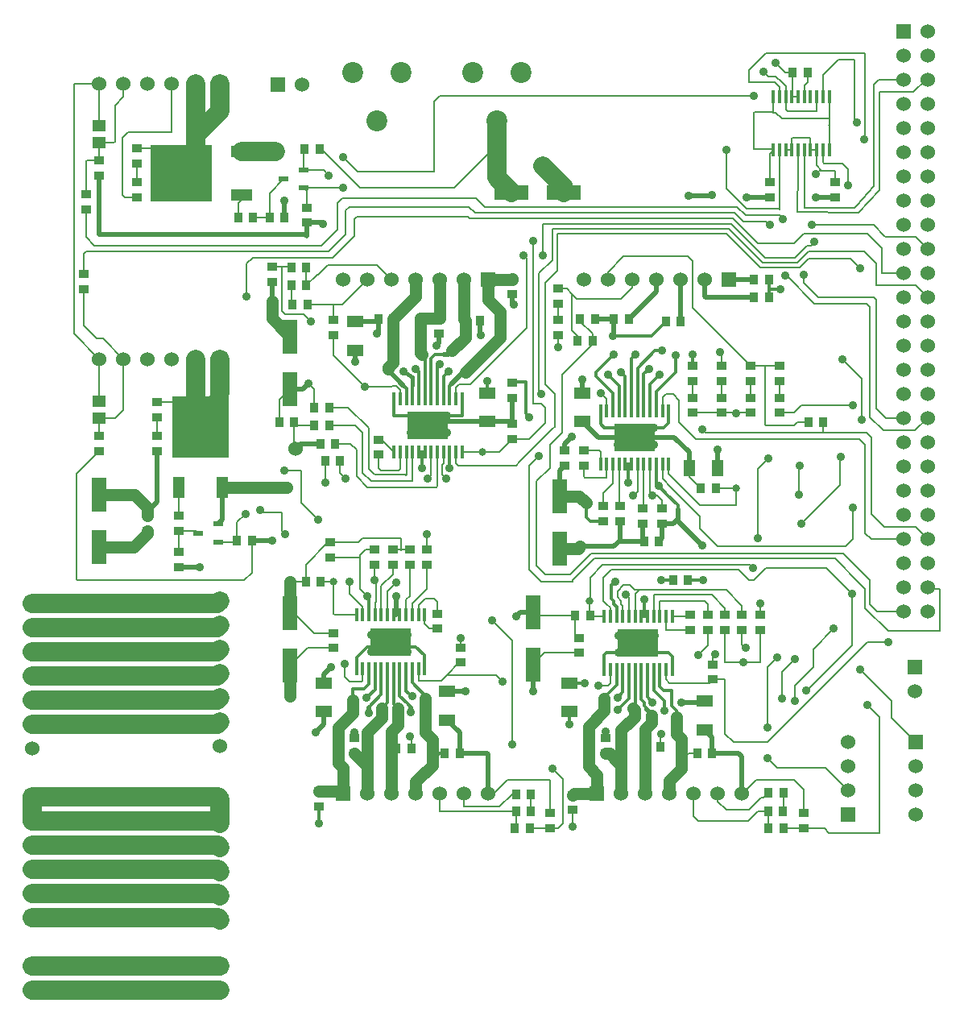
<source format=gtl>
G04 (created by PCBNEW (2013-05-18 BZR 4017)-stable) date Wed 25 Mar 2015 17:38:18 GMT*
%MOIN*%
G04 Gerber Fmt 3.4, Leading zero omitted, Abs format*
%FSLAX34Y34*%
G01*
G70*
G90*
G04 APERTURE LIST*
%ADD10C,0.00590551*%
%ADD11R,0.0906X0.0512*%
%ADD12R,0.2559X0.2323*%
%ADD13C,0.0315*%
%ADD14R,0.0165X0.0579*%
%ADD15C,0.06*%
%ADD16R,0.0394X0.0236*%
%ADD17R,0.0709X0.0453*%
%ADD18R,0.0374X0.0394*%
%ADD19R,0.0394X0.0374*%
%ADD20R,0.06X0.06*%
%ADD21R,0.0512X0.0906*%
%ADD22R,0.2323X0.2559*%
%ADD23R,0.1417X0.063*%
%ADD24R,0.063X0.1417*%
%ADD25R,0.0571X0.0453*%
%ADD26C,0.0866*%
%ADD27R,0.1701X0.1181*%
%ADD28C,0.0354*%
%ADD29R,0.0453X0.0709*%
%ADD30C,0.035*%
%ADD31C,0.008*%
%ADD32C,0.0198*%
%ADD33C,0.0137795*%
%ADD34C,0.0787402*%
%ADD35C,0.0488*%
%ADD36C,0.0197*%
%ADD37C,0.015748*%
G04 APERTURE END LIST*
G54D10*
G54D11*
X41500Y-26400D03*
G54D12*
X39000Y-25500D03*
G54D11*
X41500Y-24600D03*
G54D13*
X51450Y-37050D03*
X45300Y-42400D03*
G54D14*
X64522Y-24552D03*
X64778Y-24552D03*
X65034Y-24552D03*
X65290Y-24552D03*
X63758Y-22350D03*
X63754Y-24552D03*
X64010Y-24552D03*
X64266Y-24552D03*
X65546Y-22348D03*
X65290Y-22348D03*
X65034Y-22348D03*
X64778Y-22348D03*
X64522Y-22348D03*
X64266Y-22348D03*
X65546Y-24552D03*
X64010Y-22350D03*
X63498Y-24552D03*
X65802Y-24552D03*
X65802Y-22348D03*
X63498Y-22348D03*
G54D15*
X43708Y-36904D03*
G54D16*
X40516Y-40775D03*
X39684Y-40400D03*
X40516Y-40025D03*
X44066Y-26125D03*
X43234Y-25750D03*
X44066Y-25375D03*
G54D17*
X51650Y-34609D03*
X51650Y-35791D03*
X46200Y-32841D03*
X46200Y-31659D03*
X44900Y-46609D03*
X44900Y-47791D03*
X50000Y-46959D03*
X50000Y-48141D03*
G54D18*
X53415Y-52600D03*
X52785Y-52600D03*
X45365Y-36700D03*
X44735Y-36700D03*
X43535Y-29400D03*
X44165Y-29400D03*
X64285Y-21350D03*
X64915Y-21350D03*
X41965Y-27350D03*
X41335Y-27350D03*
G54D19*
X35600Y-25615D03*
X35600Y-24985D03*
X35600Y-37015D03*
X35600Y-36385D03*
X37150Y-25885D03*
X37150Y-26515D03*
X38000Y-36385D03*
X38000Y-37015D03*
X38900Y-41815D03*
X38900Y-41185D03*
X44200Y-26935D03*
X44200Y-27565D03*
G54D18*
X41285Y-40700D03*
X41915Y-40700D03*
G54D19*
X38900Y-40315D03*
X38900Y-39685D03*
X47750Y-41715D03*
X47750Y-41085D03*
X47000Y-41085D03*
X47000Y-41715D03*
X50550Y-45135D03*
X50550Y-45765D03*
X45300Y-31585D03*
X45300Y-32215D03*
G54D18*
X44935Y-37400D03*
X45565Y-37400D03*
X43265Y-27350D03*
X42635Y-27350D03*
X43585Y-30950D03*
X44215Y-30950D03*
X53465Y-51200D03*
X52835Y-51200D03*
G54D19*
X63350Y-26515D03*
X63350Y-25885D03*
G54D20*
X40600Y-43200D03*
G54D15*
X40600Y-44200D03*
X40600Y-45200D03*
X40600Y-46200D03*
X40600Y-47200D03*
X40600Y-48200D03*
X40600Y-49200D03*
G54D20*
X32829Y-43313D03*
G54D15*
X32829Y-44313D03*
X32829Y-45313D03*
X32829Y-46313D03*
X32829Y-47313D03*
X32829Y-48313D03*
X32829Y-49313D03*
G54D20*
X45700Y-51181D03*
G54D15*
X46700Y-51181D03*
X47700Y-51181D03*
X48700Y-51181D03*
X49700Y-51181D03*
X50700Y-51181D03*
X51700Y-51181D03*
G54D20*
X51700Y-29900D03*
G54D15*
X50700Y-29900D03*
X49700Y-29900D03*
X48700Y-29900D03*
X47700Y-29900D03*
X46700Y-29900D03*
X45700Y-29900D03*
G54D20*
X40600Y-21800D03*
G54D15*
X39600Y-21800D03*
X38600Y-21800D03*
X37600Y-21800D03*
X36600Y-21800D03*
X35600Y-21800D03*
G54D20*
X66600Y-52050D03*
G54D15*
X66600Y-51050D03*
X66600Y-50050D03*
X66600Y-49050D03*
G54D20*
X69400Y-49050D03*
G54D15*
X69400Y-50050D03*
X69400Y-51050D03*
X69400Y-52050D03*
G54D20*
X32829Y-58313D03*
G54D15*
X32829Y-59313D03*
G54D20*
X69350Y-45950D03*
G54D15*
X69350Y-46950D03*
G54D20*
X68874Y-19639D03*
G54D15*
X69874Y-19639D03*
X68874Y-24639D03*
X69874Y-20639D03*
X68874Y-25639D03*
X69874Y-21639D03*
X68874Y-26639D03*
X69874Y-22639D03*
X68874Y-27639D03*
X69874Y-23639D03*
X68874Y-28639D03*
X69874Y-24639D03*
X68874Y-29639D03*
X69874Y-25639D03*
X68874Y-30639D03*
X69874Y-26639D03*
X68874Y-31639D03*
X69874Y-27639D03*
X68874Y-32639D03*
X69874Y-28639D03*
X68874Y-33639D03*
X69874Y-29639D03*
X68874Y-34639D03*
X69874Y-30639D03*
X69874Y-31639D03*
X68874Y-35639D03*
X69874Y-32639D03*
X69874Y-34639D03*
X69874Y-35639D03*
X69874Y-36639D03*
X69874Y-37639D03*
X68874Y-36639D03*
X68874Y-37639D03*
X68874Y-20639D03*
X68874Y-21639D03*
X68874Y-22639D03*
X68874Y-23639D03*
X68874Y-38639D03*
X69874Y-38639D03*
X69874Y-33639D03*
X68874Y-39639D03*
X69874Y-39639D03*
X68874Y-40639D03*
X69874Y-40639D03*
X68874Y-41639D03*
X69874Y-41639D03*
X68874Y-42639D03*
X69874Y-42639D03*
X68874Y-43639D03*
X69874Y-43639D03*
G54D19*
X38000Y-34985D03*
X38000Y-35600D03*
X37150Y-24485D03*
X37150Y-25100D03*
G54D18*
X44165Y-30150D03*
X43550Y-30150D03*
X52835Y-51900D03*
X53450Y-51900D03*
G54D21*
X38900Y-38500D03*
G54D22*
X39800Y-36000D03*
G54D21*
X40700Y-38500D03*
G54D23*
X52667Y-26300D03*
X54833Y-26300D03*
G54D24*
X43500Y-34433D03*
X43500Y-32267D03*
X43500Y-45883D03*
X43500Y-43717D03*
X35600Y-38817D03*
X35600Y-40983D03*
G54D25*
X35600Y-24254D03*
X35600Y-23546D03*
X35600Y-35654D03*
X35600Y-34946D03*
G54D18*
X43665Y-35800D03*
X43035Y-35800D03*
G54D19*
X45300Y-44535D03*
X45300Y-45165D03*
X52700Y-36515D03*
X52700Y-35885D03*
G54D18*
X44765Y-42400D03*
X44135Y-42400D03*
G54D19*
X54250Y-52615D03*
X54250Y-51985D03*
X42750Y-29385D03*
X42750Y-30015D03*
X66050Y-26515D03*
X66050Y-25885D03*
X52700Y-34185D03*
X52700Y-34815D03*
X48450Y-41715D03*
X48450Y-41085D03*
X49150Y-41715D03*
X49150Y-41085D03*
X45150Y-41415D03*
X45150Y-40785D03*
G54D18*
X45115Y-35200D03*
X44485Y-35200D03*
X45115Y-35950D03*
X44485Y-35950D03*
G54D20*
X32829Y-51313D03*
G54D15*
X32829Y-52313D03*
X32829Y-53313D03*
X32829Y-54313D03*
G54D20*
X32829Y-56313D03*
G54D15*
X32829Y-55313D03*
G54D20*
X40600Y-33200D03*
G54D15*
X39600Y-33200D03*
X38600Y-33200D03*
X37600Y-33200D03*
X36600Y-33200D03*
X35600Y-33200D03*
G54D20*
X40600Y-51400D03*
G54D15*
X40600Y-52400D03*
X40600Y-53400D03*
X40600Y-54400D03*
X40600Y-55400D03*
X40600Y-56400D03*
G54D20*
X40600Y-58300D03*
G54D15*
X40600Y-59300D03*
G54D26*
X52050Y-23350D03*
X53050Y-21350D03*
X51050Y-21350D03*
X47100Y-23350D03*
X48100Y-21350D03*
X46100Y-21350D03*
G54D18*
X49885Y-49500D03*
X50515Y-49500D03*
X48515Y-49300D03*
X47885Y-49300D03*
G54D19*
X46150Y-49515D03*
X46150Y-48885D03*
X44700Y-51715D03*
X44700Y-51085D03*
G54D18*
X47765Y-31550D03*
X47135Y-31550D03*
G54D19*
X49650Y-32165D03*
X49650Y-31535D03*
G54D18*
X50735Y-31600D03*
X51365Y-31600D03*
G54D19*
X52700Y-30515D03*
X52700Y-29885D03*
X47150Y-36535D03*
X47150Y-37165D03*
X49600Y-44365D03*
X49600Y-43735D03*
X37600Y-39685D03*
X37600Y-40315D03*
G54D18*
X44715Y-24500D03*
X44085Y-24500D03*
G54D19*
X60150Y-35415D03*
X60150Y-34800D03*
X61350Y-35415D03*
X61350Y-34800D03*
X62550Y-35415D03*
X62550Y-34800D03*
X63750Y-35415D03*
X63750Y-34800D03*
X60150Y-34115D03*
X60150Y-33485D03*
X61350Y-34115D03*
X61350Y-33485D03*
X62550Y-34115D03*
X62550Y-33485D03*
X63750Y-34115D03*
X63750Y-33485D03*
X35050Y-27015D03*
X35050Y-26385D03*
X34950Y-29685D03*
X34950Y-30315D03*
G54D14*
X49072Y-37052D03*
X49328Y-37052D03*
X49584Y-37052D03*
X49840Y-37052D03*
X48308Y-34850D03*
X48304Y-37052D03*
X48560Y-37052D03*
X48816Y-37052D03*
X50096Y-34848D03*
X49840Y-34848D03*
X49584Y-34848D03*
X49328Y-34848D03*
X49072Y-34848D03*
X48816Y-34848D03*
X50096Y-37052D03*
X48560Y-34850D03*
X48048Y-37052D03*
X50352Y-37052D03*
X50352Y-34848D03*
X48048Y-34848D03*
X47793Y-37052D03*
X50607Y-37052D03*
X50607Y-34848D03*
X47793Y-34848D03*
G54D27*
X49200Y-35950D03*
G54D28*
X48500Y-35550D03*
X49000Y-35550D03*
X49500Y-35550D03*
X50000Y-35550D03*
X48750Y-35900D03*
X49250Y-35900D03*
X49750Y-35900D03*
X48500Y-36250D03*
X49000Y-36250D03*
X49500Y-36250D03*
X50000Y-36250D03*
G54D14*
X47778Y-43798D03*
X47522Y-43798D03*
X47266Y-43798D03*
X47010Y-43798D03*
X48542Y-46000D03*
X48546Y-43798D03*
X48290Y-43798D03*
X48034Y-43798D03*
X46754Y-46002D03*
X47010Y-46002D03*
X47266Y-46002D03*
X47522Y-46002D03*
X47778Y-46002D03*
X48034Y-46002D03*
X46754Y-43798D03*
X48290Y-46000D03*
X48802Y-43798D03*
X46498Y-43798D03*
X46498Y-46002D03*
X48802Y-46002D03*
X49057Y-43798D03*
X46243Y-43798D03*
X46243Y-46002D03*
X49057Y-46002D03*
G54D27*
X47650Y-44900D03*
G54D28*
X48350Y-45300D03*
X47850Y-45300D03*
X47350Y-45300D03*
X46850Y-45300D03*
X48100Y-44950D03*
X47600Y-44950D03*
X47100Y-44950D03*
X48350Y-44600D03*
X47850Y-44600D03*
X47350Y-44600D03*
X46850Y-44600D03*
G54D13*
X55900Y-43200D03*
X61950Y-38550D03*
G54D14*
X58028Y-43848D03*
X57772Y-43848D03*
X57516Y-43848D03*
X57260Y-43848D03*
X58792Y-46050D03*
X58796Y-43848D03*
X58540Y-43848D03*
X58284Y-43848D03*
X57004Y-46052D03*
X57260Y-46052D03*
X57516Y-46052D03*
X57772Y-46052D03*
X58028Y-46052D03*
X58284Y-46052D03*
X57004Y-43848D03*
X58540Y-46050D03*
X59052Y-43848D03*
X56748Y-43848D03*
X56748Y-46052D03*
X59052Y-46052D03*
X59307Y-43848D03*
X56493Y-43848D03*
X56493Y-46052D03*
X59307Y-46052D03*
G54D27*
X57900Y-44950D03*
G54D28*
X58600Y-45350D03*
X58100Y-45350D03*
X57600Y-45350D03*
X57100Y-45350D03*
X58350Y-45000D03*
X57850Y-45000D03*
X57350Y-45000D03*
X58600Y-44650D03*
X58100Y-44650D03*
X57600Y-44650D03*
X57100Y-44650D03*
G54D14*
X57622Y-37552D03*
X57878Y-37552D03*
X58134Y-37552D03*
X58390Y-37552D03*
X56858Y-35350D03*
X56854Y-37552D03*
X57110Y-37552D03*
X57366Y-37552D03*
X58646Y-35348D03*
X58390Y-35348D03*
X58134Y-35348D03*
X57878Y-35348D03*
X57622Y-35348D03*
X57366Y-35348D03*
X58646Y-37552D03*
X57110Y-35350D03*
X56598Y-37552D03*
X58902Y-37552D03*
X58902Y-35348D03*
X56598Y-35348D03*
X56343Y-37552D03*
X59157Y-37552D03*
X59157Y-35348D03*
X56343Y-35348D03*
G54D27*
X57750Y-36450D03*
G54D28*
X57050Y-36050D03*
X57550Y-36050D03*
X58050Y-36050D03*
X58550Y-36050D03*
X57300Y-36400D03*
X57800Y-36400D03*
X58300Y-36400D03*
X57050Y-36750D03*
X57550Y-36750D03*
X58050Y-36750D03*
X58550Y-36750D03*
G54D17*
X55600Y-34609D03*
X55600Y-35791D03*
G54D29*
X61191Y-37700D03*
X60009Y-37700D03*
G54D17*
X60650Y-47359D03*
X60650Y-48541D03*
X55050Y-46609D03*
X55050Y-47791D03*
G54D19*
X62200Y-44415D03*
X62200Y-43785D03*
X62950Y-43785D03*
X62950Y-44415D03*
G54D18*
X64935Y-35800D03*
X65565Y-35800D03*
G54D19*
X58900Y-40015D03*
X58900Y-39385D03*
X58100Y-39385D03*
X58100Y-40015D03*
G54D20*
X61650Y-29900D03*
G54D15*
X60650Y-29900D03*
X59650Y-29900D03*
X58650Y-29900D03*
X57650Y-29900D03*
X56650Y-29900D03*
X55650Y-29900D03*
G54D20*
X56200Y-51181D03*
G54D15*
X57200Y-51181D03*
X58200Y-51181D03*
X59200Y-51181D03*
X60200Y-51181D03*
X61200Y-51181D03*
X62200Y-51181D03*
G54D24*
X54650Y-38867D03*
X54650Y-41033D03*
X53550Y-45833D03*
X53550Y-43667D03*
G54D18*
X61115Y-38550D03*
X60485Y-38550D03*
X59035Y-31650D03*
X59665Y-31650D03*
X62685Y-30650D03*
X63315Y-30650D03*
X63315Y-29900D03*
X62685Y-29900D03*
X60335Y-49500D03*
X60965Y-49500D03*
G54D19*
X57150Y-39285D03*
X57150Y-39915D03*
G54D18*
X58815Y-49250D03*
X58185Y-49250D03*
G54D19*
X56450Y-39285D03*
X56450Y-39915D03*
X56550Y-49515D03*
X56550Y-48885D03*
G54D18*
X58765Y-40750D03*
X58135Y-40750D03*
G54D19*
X55200Y-51865D03*
X55200Y-51235D03*
G54D18*
X59335Y-42350D03*
X59965Y-42350D03*
G54D19*
X60050Y-43785D03*
X60050Y-44415D03*
X60800Y-43785D03*
X60800Y-44415D03*
X55650Y-36985D03*
X55650Y-37615D03*
X61500Y-43785D03*
X61500Y-44415D03*
X55450Y-44735D03*
X55450Y-45365D03*
X54850Y-36985D03*
X54850Y-37615D03*
G54D18*
X57515Y-31550D03*
X56885Y-31550D03*
X55915Y-43800D03*
X55285Y-43800D03*
G54D19*
X61000Y-45835D03*
X61000Y-46465D03*
G54D18*
X63915Y-51150D03*
X63285Y-51150D03*
G54D19*
X54600Y-31585D03*
X54600Y-32215D03*
G54D18*
X56015Y-32450D03*
X55385Y-32450D03*
X63915Y-52600D03*
X63285Y-52600D03*
X63285Y-51900D03*
X63900Y-51900D03*
G54D19*
X54600Y-30285D03*
X54600Y-30900D03*
G54D18*
X55485Y-31550D03*
X56115Y-31550D03*
G54D19*
X64750Y-52615D03*
X64750Y-51985D03*
G54D20*
X43000Y-21850D03*
G54D15*
X44000Y-21850D03*
G54D30*
X61100Y-45400D03*
X60550Y-40900D03*
X62350Y-45150D03*
X58850Y-42350D03*
X56950Y-42400D03*
X58150Y-43150D03*
X65250Y-26500D03*
X60000Y-26450D03*
X60950Y-26400D03*
X58750Y-38450D03*
X57500Y-38300D03*
X54600Y-32700D03*
X50550Y-44750D03*
X46700Y-43000D03*
X47900Y-43000D03*
X53400Y-35600D03*
X50100Y-37700D03*
X48950Y-37700D03*
X44950Y-38300D03*
X44850Y-27600D03*
X42750Y-40700D03*
X62400Y-26500D03*
X63600Y-20950D03*
X43300Y-40450D03*
X61300Y-32900D03*
X42250Y-39450D03*
X39750Y-41800D03*
X43250Y-26650D03*
X63350Y-27650D03*
X64000Y-29750D03*
X67100Y-46050D03*
X63900Y-27400D03*
X64750Y-29700D03*
X64600Y-37600D03*
X64550Y-38800D03*
X63850Y-47250D03*
X64400Y-45600D03*
X54350Y-50150D03*
X45750Y-45800D03*
X66350Y-33200D03*
X52300Y-46550D03*
X67150Y-35700D03*
X45700Y-24850D03*
X45700Y-26100D03*
X62700Y-22300D03*
X66600Y-26000D03*
X43250Y-37800D03*
X44650Y-39850D03*
X52700Y-49150D03*
X51850Y-44000D03*
X45950Y-42400D03*
X65200Y-28350D03*
X65100Y-27650D03*
X53950Y-28900D03*
X53150Y-28900D03*
X53900Y-34650D03*
X46600Y-34350D03*
X41650Y-39600D03*
X41700Y-30600D03*
X61550Y-24550D03*
X53550Y-28300D03*
X66300Y-37250D03*
X64650Y-40000D03*
X63250Y-49700D03*
X63250Y-48450D03*
X63650Y-45550D03*
X67100Y-29450D03*
X44350Y-31650D03*
X53800Y-37200D03*
X56350Y-34600D03*
X60550Y-36100D03*
X58900Y-32850D03*
X59450Y-33050D03*
X57800Y-33000D03*
X56900Y-33000D03*
X67250Y-24100D03*
X64400Y-47350D03*
X66000Y-44350D03*
X66800Y-39350D03*
X56250Y-46700D03*
X68250Y-44900D03*
X63300Y-37300D03*
X62850Y-40600D03*
X62650Y-41850D03*
X66950Y-23400D03*
X64850Y-46900D03*
X66750Y-42900D03*
X67400Y-47500D03*
X65250Y-25550D03*
X62250Y-45750D03*
X60600Y-42350D03*
X52850Y-43850D03*
X55050Y-48300D03*
X58850Y-48700D03*
X56550Y-48600D03*
X55200Y-52550D03*
X61950Y-35450D03*
X55500Y-40950D03*
X55150Y-36400D03*
X63800Y-30300D03*
X56850Y-32250D03*
X44550Y-48650D03*
X43500Y-42400D03*
X48450Y-48800D03*
X44700Y-52400D03*
X46150Y-48650D03*
X52750Y-30950D03*
X51400Y-32200D03*
X49550Y-32650D03*
X47100Y-32150D03*
X42750Y-30800D03*
X53950Y-25200D03*
X36950Y-41000D03*
X43350Y-38500D03*
X63100Y-21300D03*
X42900Y-24600D03*
X45100Y-25600D03*
X57200Y-33750D03*
X55600Y-34050D03*
X57050Y-47700D03*
X55700Y-46600D03*
X58500Y-38850D03*
X57700Y-38850D03*
X62950Y-43300D03*
X57400Y-42950D03*
X58500Y-47400D03*
X59700Y-47400D03*
X46200Y-33300D03*
X48700Y-33600D03*
X51650Y-34100D03*
X49700Y-33400D03*
X61200Y-36950D03*
X58350Y-33600D03*
X45200Y-45950D03*
X46750Y-47850D03*
X50750Y-46950D03*
X48500Y-47800D03*
X47000Y-42350D03*
X47900Y-42450D03*
X45800Y-38150D03*
X49200Y-38150D03*
X49950Y-38150D03*
X66800Y-35100D03*
X60400Y-45450D03*
X53550Y-46950D03*
X59000Y-47750D03*
X57050Y-47200D03*
X55750Y-39150D03*
X60150Y-33000D03*
X58800Y-33850D03*
X56650Y-33850D03*
X49150Y-40450D03*
X48550Y-47150D03*
X46650Y-47200D03*
X43500Y-47150D03*
X50050Y-33700D03*
X44250Y-34200D03*
X48200Y-33700D03*
X37050Y-38800D03*
G54D31*
X61000Y-45835D02*
X61000Y-45500D01*
X61000Y-45500D02*
X61100Y-45400D01*
X61200Y-51181D02*
X61200Y-51500D01*
X61200Y-51500D02*
X61550Y-51850D01*
X61550Y-51850D02*
X62500Y-51850D01*
X62500Y-51850D02*
X63000Y-51350D01*
X63000Y-51350D02*
X63085Y-51350D01*
X63085Y-51350D02*
X63285Y-51150D01*
G54D32*
X59550Y-39800D02*
X59550Y-39900D01*
X59550Y-39900D02*
X60550Y-40900D01*
G54D31*
X62200Y-44415D02*
X62200Y-45000D01*
X62200Y-45000D02*
X62350Y-45150D01*
G54D33*
X59335Y-42350D02*
X58850Y-42350D01*
X56800Y-43100D02*
X56800Y-42550D01*
X56900Y-43200D02*
X56800Y-43100D01*
X57004Y-43848D02*
X57004Y-43454D01*
X57004Y-43454D02*
X56900Y-43350D01*
X56900Y-43350D02*
X56900Y-43200D01*
X56800Y-42550D02*
X56950Y-42400D01*
X58150Y-43848D02*
X58150Y-43150D01*
X58028Y-43848D02*
X58150Y-43848D01*
X58150Y-43848D02*
X58284Y-43848D01*
G54D31*
X60150Y-31000D02*
X60150Y-31085D01*
X56650Y-29600D02*
X57300Y-28950D01*
X57300Y-28950D02*
X59950Y-28950D01*
X59950Y-28950D02*
X60150Y-29150D01*
X60150Y-29150D02*
X60150Y-31000D01*
X56650Y-29900D02*
X56650Y-29600D01*
X60150Y-31085D02*
X62550Y-33485D01*
G54D33*
X59550Y-39400D02*
X59550Y-39250D01*
X59550Y-39250D02*
X59100Y-38800D01*
G54D31*
X64935Y-35800D02*
X64500Y-35800D01*
X63150Y-35900D02*
X63150Y-33485D01*
X63200Y-35950D02*
X63150Y-35900D01*
X64350Y-35950D02*
X63200Y-35950D01*
X64500Y-35800D02*
X64350Y-35950D01*
G54D32*
X66050Y-26515D02*
X65265Y-26515D01*
X65265Y-26515D02*
X65250Y-26500D01*
X60950Y-26400D02*
X60900Y-26450D01*
X60900Y-26450D02*
X60000Y-26450D01*
X59550Y-39400D02*
X59550Y-39800D01*
X59550Y-39800D02*
X59335Y-40015D01*
X58900Y-40015D02*
X59335Y-40015D01*
G54D33*
X59100Y-38800D02*
X58750Y-38450D01*
X58646Y-37552D02*
X58646Y-38346D01*
X58646Y-38346D02*
X58750Y-38450D01*
G54D32*
X58900Y-40015D02*
X58900Y-40615D01*
X58900Y-40615D02*
X58765Y-40750D01*
G54D33*
X57500Y-37552D02*
X57500Y-38300D01*
X57366Y-37552D02*
X57500Y-37552D01*
X57500Y-37552D02*
X57622Y-37552D01*
G54D31*
X62550Y-33485D02*
X63150Y-33485D01*
X63150Y-33485D02*
X63750Y-33485D01*
X54600Y-32700D02*
X54600Y-32215D01*
X50550Y-44750D02*
X50550Y-45135D01*
X45150Y-41415D02*
X46400Y-41415D01*
X46400Y-41415D02*
X46400Y-41450D01*
X47000Y-41085D02*
X46615Y-41085D01*
X46400Y-42700D02*
X46700Y-43000D01*
X46400Y-41300D02*
X46400Y-41450D01*
X46400Y-41450D02*
X46400Y-42700D01*
X46615Y-41085D02*
X46400Y-41300D01*
G54D33*
X46754Y-43798D02*
X46754Y-43054D01*
G54D32*
X47900Y-43000D02*
X47900Y-43798D01*
G54D33*
X46754Y-43054D02*
X46700Y-43000D01*
X48034Y-43798D02*
X47900Y-43798D01*
X47900Y-43798D02*
X47778Y-43798D01*
X53400Y-35600D02*
X53250Y-35450D01*
X53250Y-35450D02*
X53250Y-34150D01*
X53250Y-34150D02*
X52735Y-34150D01*
X52735Y-34150D02*
X52700Y-34185D01*
G54D31*
X52735Y-34150D02*
X52700Y-34185D01*
X50700Y-51181D02*
X50700Y-51719D01*
X52669Y-51200D02*
X52835Y-51200D01*
X52150Y-51719D02*
X52669Y-51200D01*
X50700Y-51719D02*
X52150Y-51719D01*
G54D33*
X48950Y-37052D02*
X48950Y-37700D01*
X50096Y-37696D02*
X50096Y-37052D01*
X50100Y-37700D02*
X50096Y-37696D01*
X48816Y-37052D02*
X48950Y-37052D01*
X48950Y-37052D02*
X49072Y-37052D01*
G54D31*
X44935Y-37400D02*
X44935Y-38285D01*
X44935Y-38285D02*
X44950Y-38300D01*
X45300Y-31585D02*
X45300Y-30950D01*
X45250Y-30950D02*
X45300Y-30950D01*
X45300Y-30950D02*
X45650Y-30950D01*
X45650Y-30950D02*
X46700Y-29900D01*
X44215Y-30950D02*
X45250Y-30950D01*
G54D32*
X44815Y-27565D02*
X44200Y-27565D01*
X44850Y-27600D02*
X44815Y-27565D01*
G54D31*
X64522Y-22348D02*
X64266Y-22348D01*
G54D32*
X42750Y-40700D02*
X41915Y-40700D01*
X63350Y-26515D02*
X62415Y-26515D01*
X62415Y-26515D02*
X62400Y-26500D01*
G54D31*
X64285Y-21350D02*
X64000Y-21350D01*
X64000Y-21350D02*
X63600Y-20950D01*
X64285Y-21350D02*
X64285Y-22329D01*
X64285Y-22329D02*
X64266Y-22348D01*
G54D34*
X32829Y-48313D02*
X40487Y-48313D01*
X40487Y-48313D02*
X40600Y-48200D01*
G54D31*
X41915Y-40700D02*
X41915Y-42035D01*
X41915Y-42035D02*
X41600Y-42350D01*
X41600Y-42350D02*
X34700Y-42350D01*
X34700Y-42350D02*
X34650Y-42300D01*
X34650Y-42300D02*
X34650Y-37965D01*
X34650Y-37965D02*
X35600Y-37015D01*
G54D32*
X44200Y-28000D02*
X44150Y-28000D01*
X44200Y-27565D02*
X44200Y-28100D01*
X44150Y-28050D02*
X35600Y-28050D01*
X44200Y-28100D02*
X44150Y-28050D01*
X35600Y-28050D02*
X35600Y-25615D01*
G54D31*
X35600Y-28050D02*
X35600Y-28050D01*
X43150Y-39550D02*
X42350Y-39550D01*
X43300Y-40450D02*
X43150Y-40300D01*
X43150Y-40300D02*
X43150Y-39550D01*
X61350Y-32950D02*
X61300Y-32900D01*
X61350Y-33485D02*
X61350Y-32950D01*
X42350Y-39550D02*
X42250Y-39450D01*
G54D32*
X38900Y-41815D02*
X39735Y-41815D01*
X39735Y-41815D02*
X39750Y-41800D01*
X43265Y-26665D02*
X43265Y-27350D01*
X43250Y-26650D02*
X43265Y-26665D01*
G54D31*
X64000Y-29750D02*
X64050Y-29750D01*
X67500Y-31050D02*
X67500Y-35600D01*
X67350Y-30900D02*
X67500Y-31050D01*
X65200Y-30900D02*
X67350Y-30900D01*
X64050Y-29750D02*
X65200Y-30900D01*
X62850Y-27500D02*
X63200Y-27500D01*
X63200Y-27500D02*
X63350Y-27650D01*
X67500Y-35600D02*
X68050Y-36150D01*
X68050Y-36150D02*
X69363Y-36150D01*
X69363Y-36150D02*
X69874Y-35639D01*
X61250Y-27150D02*
X61900Y-27150D01*
X62250Y-27500D02*
X62300Y-27500D01*
X61900Y-27150D02*
X62250Y-27500D01*
X62850Y-27500D02*
X62300Y-27500D01*
X51150Y-27150D02*
X61250Y-27150D01*
X45100Y-28750D02*
X40800Y-28750D01*
X45800Y-28050D02*
X45100Y-28750D01*
X45800Y-27050D02*
X45800Y-28050D01*
X45950Y-26900D02*
X45800Y-27050D01*
X50900Y-26900D02*
X45950Y-26900D01*
X51150Y-27150D02*
X50900Y-26900D01*
X40800Y-28750D02*
X35050Y-28750D01*
X34950Y-28850D02*
X34950Y-29685D01*
X35050Y-28750D02*
X34950Y-28850D01*
X40800Y-28750D02*
X40765Y-28750D01*
X68400Y-48050D02*
X69400Y-49050D01*
X68400Y-47350D02*
X68400Y-48050D01*
X67100Y-46050D02*
X68400Y-47350D01*
X64750Y-29700D02*
X64750Y-30050D01*
X67750Y-35250D02*
X67950Y-35450D01*
X67750Y-30750D02*
X67750Y-35250D01*
X67650Y-30650D02*
X67750Y-30750D01*
X65350Y-30650D02*
X67650Y-30650D01*
X64750Y-30050D02*
X65350Y-30650D01*
X63600Y-27250D02*
X63750Y-27250D01*
X63750Y-27250D02*
X63900Y-27400D01*
X64750Y-29700D02*
X64800Y-29750D01*
X51550Y-26900D02*
X53800Y-26900D01*
X35050Y-27015D02*
X35050Y-28150D01*
X35050Y-28150D02*
X35400Y-28500D01*
X35400Y-28500D02*
X44800Y-28500D01*
X44800Y-28500D02*
X45450Y-27850D01*
X45450Y-27850D02*
X45450Y-26750D01*
X45450Y-26750D02*
X45650Y-26550D01*
X45650Y-26550D02*
X51200Y-26550D01*
X51200Y-26550D02*
X51550Y-26900D01*
X53800Y-26900D02*
X61500Y-26900D01*
X63600Y-27250D02*
X62350Y-27250D01*
X62000Y-26900D02*
X62350Y-27250D01*
X61500Y-26900D02*
X62000Y-26900D01*
X68139Y-35639D02*
X68874Y-35639D01*
X67950Y-35450D02*
X68139Y-35639D01*
X54565Y-52615D02*
X54585Y-52615D01*
X54585Y-52615D02*
X54775Y-52425D01*
X64600Y-37600D02*
X64550Y-37650D01*
X64550Y-37650D02*
X64550Y-38800D01*
X63850Y-46150D02*
X63850Y-47250D01*
X64400Y-45600D02*
X63850Y-46150D01*
X54350Y-50150D02*
X54775Y-50575D01*
X54775Y-50575D02*
X54775Y-52425D01*
X54250Y-52615D02*
X54565Y-52615D01*
X53415Y-52600D02*
X54235Y-52600D01*
X54235Y-52600D02*
X54250Y-52615D01*
G54D34*
X32829Y-51313D02*
X32829Y-52313D01*
X40600Y-51400D02*
X40600Y-52400D01*
X32829Y-52313D02*
X40513Y-52313D01*
X40513Y-52313D02*
X40600Y-52400D01*
X32829Y-51313D02*
X40513Y-51313D01*
X40513Y-51313D02*
X40600Y-51400D01*
X32829Y-44313D02*
X40487Y-44313D01*
X40487Y-44313D02*
X40600Y-44200D01*
X32829Y-43313D02*
X40487Y-43313D01*
X40487Y-43313D02*
X40600Y-43200D01*
X32829Y-45313D02*
X40487Y-45313D01*
X40487Y-45313D02*
X40600Y-45200D01*
X32829Y-46313D02*
X40487Y-46313D01*
X40487Y-46313D02*
X40600Y-46200D01*
X32829Y-47313D02*
X40487Y-47313D01*
X40487Y-47313D02*
X40600Y-47200D01*
X32829Y-55313D02*
X40513Y-55313D01*
X40513Y-55313D02*
X40600Y-55400D01*
X40600Y-21800D02*
X40600Y-22950D01*
X40600Y-22950D02*
X39600Y-23950D01*
X39600Y-21800D02*
X39600Y-23950D01*
X39600Y-23950D02*
X39600Y-24900D01*
X39600Y-24900D02*
X39000Y-25500D01*
G54D31*
X37150Y-24485D02*
X37985Y-24485D01*
X37985Y-24485D02*
X39000Y-25500D01*
X46498Y-46502D02*
X46450Y-46550D01*
X46498Y-46002D02*
X46498Y-46502D01*
X45750Y-46350D02*
X45750Y-45800D01*
X45950Y-46550D02*
X45750Y-46350D01*
X46450Y-46550D02*
X45950Y-46550D01*
X67150Y-34550D02*
X67150Y-34000D01*
X67150Y-34000D02*
X66350Y-33200D01*
X52025Y-46275D02*
X52300Y-46550D01*
X49975Y-46275D02*
X52025Y-46275D01*
X67150Y-34550D02*
X67150Y-35700D01*
X50550Y-45765D02*
X50485Y-45765D01*
X50485Y-45765D02*
X49975Y-46275D01*
X49975Y-46275D02*
X49750Y-46500D01*
X48802Y-46502D02*
X48804Y-46500D01*
X48802Y-46002D02*
X48802Y-46502D01*
X48804Y-46500D02*
X49750Y-46500D01*
G54D33*
X47522Y-46202D02*
X47522Y-47428D01*
G54D35*
X46700Y-48650D02*
X47300Y-48050D01*
X47300Y-48050D02*
X47300Y-47650D01*
X46700Y-48650D02*
X46700Y-50100D01*
G54D33*
X47522Y-47428D02*
X47300Y-47650D01*
G54D35*
X46700Y-51181D02*
X46700Y-50100D01*
X46700Y-50100D02*
X46700Y-50065D01*
X46700Y-50065D02*
X46150Y-49515D01*
X45500Y-48450D02*
X46100Y-47850D01*
G54D33*
X46100Y-46850D02*
X46100Y-47300D01*
G54D35*
X45700Y-50100D02*
X45500Y-49900D01*
X45500Y-49900D02*
X45500Y-48450D01*
X46100Y-47850D02*
X46100Y-47300D01*
X45700Y-50100D02*
X45700Y-51181D01*
G54D33*
X46754Y-46646D02*
X46550Y-46850D01*
X46550Y-46850D02*
X46100Y-46850D01*
X46754Y-46002D02*
X46754Y-46646D01*
G54D35*
X44700Y-51085D02*
X45603Y-51085D01*
X45603Y-51085D02*
X45700Y-51181D01*
G54D33*
X47778Y-46202D02*
X47778Y-47478D01*
G54D35*
X47700Y-49485D02*
X47700Y-48600D01*
X47700Y-48600D02*
X47950Y-48350D01*
X47950Y-48350D02*
X47950Y-47650D01*
X47700Y-50115D02*
X47700Y-51181D01*
X47700Y-50115D02*
X47700Y-49485D01*
G54D33*
X47778Y-47478D02*
X47950Y-47650D01*
X49885Y-49500D02*
X49700Y-49500D01*
X49700Y-49500D02*
X49400Y-49800D01*
G54D35*
X49400Y-48950D02*
X49400Y-49800D01*
X49400Y-49800D02*
X49400Y-50000D01*
X49100Y-50300D02*
X49100Y-50285D01*
X49400Y-50000D02*
X49100Y-50300D01*
G54D33*
X48542Y-46200D02*
X48542Y-46592D01*
G54D35*
X49400Y-48950D02*
X49100Y-48650D01*
X49100Y-48650D02*
X49100Y-47250D01*
G54D33*
X49100Y-47150D02*
X49100Y-47250D01*
X48542Y-46592D02*
X49100Y-47150D01*
G54D35*
X48700Y-51181D02*
X48700Y-50685D01*
X48700Y-50685D02*
X49100Y-50285D01*
G54D31*
X49450Y-25450D02*
X46300Y-25450D01*
X46300Y-25450D02*
X45700Y-24850D01*
X45700Y-26100D02*
X45675Y-26125D01*
X45675Y-26125D02*
X44775Y-26125D01*
X60250Y-22300D02*
X49700Y-22300D01*
X62700Y-22300D02*
X60250Y-22300D01*
X49450Y-22550D02*
X49450Y-25450D01*
X49700Y-22300D02*
X49450Y-22550D01*
X44066Y-26125D02*
X44775Y-26125D01*
X44200Y-26935D02*
X44200Y-26259D01*
X44200Y-26259D02*
X44066Y-26125D01*
X65546Y-25046D02*
X65600Y-25100D01*
X65600Y-25100D02*
X66350Y-25100D01*
X65546Y-24552D02*
X65546Y-25046D01*
X66600Y-25350D02*
X66600Y-26000D01*
X66350Y-25100D02*
X66600Y-25350D01*
X43950Y-37800D02*
X43950Y-39150D01*
X43250Y-37800D02*
X43950Y-37800D01*
X43950Y-39150D02*
X44650Y-39850D01*
X45300Y-42400D02*
X44765Y-42400D01*
X45300Y-42400D02*
X45265Y-42400D01*
X45300Y-42400D02*
X45300Y-43750D01*
X45348Y-43798D02*
X46243Y-43798D01*
X45348Y-43798D02*
X45300Y-43750D01*
X52700Y-44850D02*
X52700Y-49150D01*
X51850Y-44000D02*
X52700Y-44850D01*
X46498Y-43448D02*
X45950Y-42900D01*
X45950Y-42900D02*
X45950Y-42400D01*
X46498Y-43798D02*
X46498Y-43448D01*
X52835Y-51900D02*
X52835Y-52550D01*
X52835Y-52550D02*
X52785Y-52600D01*
X49700Y-51181D02*
X49700Y-51900D01*
X49750Y-51900D02*
X52835Y-51900D01*
X49700Y-51900D02*
X49750Y-51900D01*
X35600Y-24985D02*
X35085Y-24985D01*
X35050Y-25020D02*
X35050Y-26385D01*
X35085Y-24985D02*
X35050Y-25020D01*
X36600Y-21800D02*
X36600Y-22350D01*
X36196Y-24254D02*
X35600Y-24254D01*
X36250Y-24200D02*
X36196Y-24254D01*
X36250Y-22700D02*
X36250Y-24200D01*
X36600Y-22350D02*
X36250Y-22700D01*
X35600Y-24985D02*
X35600Y-24254D01*
X38000Y-34985D02*
X38785Y-34985D01*
X38785Y-34985D02*
X39800Y-36000D01*
G54D34*
X39600Y-33200D02*
X39600Y-35800D01*
G54D35*
X39600Y-35800D02*
X39800Y-36000D01*
X39800Y-36000D02*
X39800Y-35400D01*
G54D34*
X40600Y-34600D02*
X40600Y-33200D01*
G54D35*
X39800Y-35400D02*
X40600Y-34600D01*
G54D31*
X66300Y-27650D02*
X65100Y-27650D01*
X68150Y-28150D02*
X68100Y-28100D01*
X68200Y-28150D02*
X69385Y-28150D01*
X69874Y-28639D02*
X69385Y-28150D01*
X68200Y-28150D02*
X68150Y-28150D01*
X66300Y-27650D02*
X67650Y-27650D01*
X67650Y-27650D02*
X68100Y-28100D01*
X65200Y-28350D02*
X65050Y-28500D01*
X65050Y-28500D02*
X64900Y-28500D01*
X62350Y-28200D02*
X63150Y-29000D01*
X64900Y-28500D02*
X65050Y-28500D01*
X64400Y-29000D02*
X64900Y-28500D01*
X63150Y-29000D02*
X64400Y-29000D01*
X60800Y-27600D02*
X61750Y-27600D01*
X61750Y-27600D02*
X62350Y-28200D01*
X53950Y-28900D02*
X53950Y-27600D01*
X53950Y-27600D02*
X60800Y-27600D01*
X52050Y-33150D02*
X53300Y-31900D01*
X50352Y-34848D02*
X50352Y-34398D01*
X50500Y-34250D02*
X50950Y-34250D01*
X50352Y-34398D02*
X50500Y-34250D01*
X52050Y-33150D02*
X50950Y-34250D01*
X53300Y-29050D02*
X53150Y-28900D01*
X53300Y-31900D02*
X53300Y-29050D01*
X67750Y-30150D02*
X67750Y-29250D01*
X67250Y-28750D02*
X65950Y-28750D01*
X67750Y-29250D02*
X67250Y-28750D01*
X62350Y-28500D02*
X63050Y-29200D01*
X53800Y-29650D02*
X54350Y-29100D01*
X53800Y-34550D02*
X53800Y-29650D01*
X53900Y-34650D02*
X53800Y-34550D01*
X54350Y-27800D02*
X54350Y-29100D01*
X60450Y-27800D02*
X54350Y-27800D01*
X60450Y-27800D02*
X61650Y-27800D01*
X64950Y-28750D02*
X65950Y-28750D01*
X61650Y-27800D02*
X62350Y-28500D01*
X63050Y-29200D02*
X64500Y-29200D01*
X64500Y-29200D02*
X64950Y-28750D01*
X69400Y-30150D02*
X69400Y-30165D01*
X67750Y-30150D02*
X69400Y-30150D01*
X69400Y-30165D02*
X69874Y-30639D01*
X47150Y-34350D02*
X47687Y-34350D01*
X47687Y-34350D02*
X47718Y-34318D01*
X46600Y-34350D02*
X47150Y-34350D01*
X45300Y-32215D02*
X45300Y-33050D01*
X45300Y-33050D02*
X46600Y-34350D01*
X48048Y-34485D02*
X48048Y-34848D01*
X47718Y-34318D02*
X47881Y-34318D01*
X47881Y-34318D02*
X48048Y-34485D01*
G54D33*
X49328Y-34848D02*
X49328Y-33172D01*
G54D32*
X50050Y-33000D02*
X50200Y-32850D01*
G54D35*
X50200Y-32850D02*
X50735Y-32315D01*
X50735Y-32315D02*
X50735Y-31600D01*
G54D32*
X49850Y-33000D02*
X50050Y-33000D01*
G54D33*
X49500Y-33000D02*
X49850Y-33000D01*
X49328Y-33172D02*
X49500Y-33000D01*
G54D35*
X50700Y-29900D02*
X50700Y-31565D01*
X50700Y-31565D02*
X50735Y-31600D01*
G54D32*
X50750Y-33750D02*
X50650Y-33750D01*
X50650Y-33750D02*
X50150Y-34250D01*
G54D33*
X50096Y-34304D02*
X50150Y-34250D01*
X50096Y-34848D02*
X50096Y-34304D01*
G54D35*
X52200Y-31250D02*
X52200Y-32300D01*
X51700Y-29900D02*
X51700Y-30750D01*
X51700Y-30750D02*
X52200Y-31250D01*
X52200Y-32300D02*
X50750Y-33750D01*
X51700Y-29900D02*
X52685Y-29900D01*
X52685Y-29900D02*
X52700Y-29885D01*
G54D33*
X49072Y-34848D02*
X49072Y-33072D01*
X49072Y-33072D02*
X48900Y-32900D01*
X49100Y-33100D02*
X48900Y-32900D01*
G54D35*
X48900Y-31500D02*
X48900Y-32900D01*
X49700Y-31485D02*
X49685Y-31500D01*
X49685Y-31500D02*
X48900Y-31500D01*
X49700Y-29900D02*
X49700Y-31485D01*
X48900Y-32900D02*
X48900Y-32950D01*
X48900Y-32950D02*
X48950Y-33000D01*
G54D33*
X48308Y-34850D02*
X48308Y-34408D01*
X48308Y-34408D02*
X48200Y-34300D01*
G54D32*
X47550Y-33600D02*
X47550Y-33650D01*
G54D35*
X47765Y-33335D02*
X47550Y-33550D01*
X47550Y-33550D02*
X47550Y-33600D01*
X47765Y-31550D02*
X47765Y-33335D01*
G54D31*
X48308Y-34408D02*
X48200Y-34300D01*
G54D32*
X47550Y-33650D02*
X48200Y-34300D01*
G54D35*
X48700Y-29900D02*
X48700Y-30615D01*
X48700Y-30615D02*
X47765Y-31550D01*
G54D31*
X68000Y-29639D02*
X68000Y-28600D01*
X67400Y-28000D02*
X66100Y-28000D01*
X68000Y-28600D02*
X67400Y-28000D01*
X64750Y-28000D02*
X64450Y-28300D01*
X66100Y-28000D02*
X64750Y-28000D01*
X62300Y-27850D02*
X62850Y-28400D01*
X62850Y-28400D02*
X64350Y-28400D01*
X64350Y-28400D02*
X64450Y-28300D01*
X68000Y-29639D02*
X68874Y-29639D01*
X61075Y-27375D02*
X61825Y-27375D01*
X41700Y-30600D02*
X41700Y-29250D01*
X50850Y-27300D02*
X50925Y-27375D01*
X46250Y-27300D02*
X50850Y-27300D01*
X46150Y-27400D02*
X46250Y-27300D01*
X46150Y-28100D02*
X46150Y-27400D01*
X45250Y-29000D02*
X46150Y-28100D01*
X41950Y-29000D02*
X45250Y-29000D01*
X41700Y-29250D02*
X41950Y-29000D01*
X41285Y-39965D02*
X41650Y-39600D01*
X41285Y-40700D02*
X41285Y-39965D01*
X50925Y-27375D02*
X61075Y-27375D01*
X61825Y-27375D02*
X62300Y-27850D01*
X40516Y-40775D02*
X41210Y-40775D01*
X41210Y-40775D02*
X41285Y-40700D01*
X63754Y-26996D02*
X62396Y-26996D01*
X62396Y-26996D02*
X61550Y-26150D01*
X53385Y-36515D02*
X52700Y-36515D01*
X53550Y-35050D02*
X53550Y-28300D01*
X53385Y-36515D02*
X53550Y-36350D01*
X61550Y-26150D02*
X61550Y-24550D01*
X54050Y-35850D02*
X54050Y-35200D01*
X54050Y-35200D02*
X53900Y-35050D01*
X53900Y-35050D02*
X53550Y-35050D01*
X53550Y-36350D02*
X54050Y-35850D01*
X63754Y-24552D02*
X63754Y-26996D01*
X63754Y-26996D02*
X63750Y-27000D01*
X51450Y-37050D02*
X52165Y-37050D01*
X52165Y-37050D02*
X52700Y-36515D01*
X50607Y-37052D02*
X51448Y-37052D01*
X51448Y-37052D02*
X51450Y-37050D01*
X66300Y-37250D02*
X66250Y-37300D01*
X66250Y-37300D02*
X66250Y-38400D01*
X66250Y-38400D02*
X64650Y-40000D01*
X65650Y-50100D02*
X66600Y-51050D01*
X63650Y-50100D02*
X65650Y-50100D01*
X63250Y-49700D02*
X63650Y-50100D01*
X63250Y-45950D02*
X63250Y-48450D01*
X63650Y-45550D02*
X63250Y-45950D01*
X64950Y-29050D02*
X66700Y-29050D01*
X64600Y-29400D02*
X62950Y-29400D01*
X64950Y-29050D02*
X64600Y-29400D01*
X62250Y-28700D02*
X62950Y-29400D01*
X66700Y-29050D02*
X67100Y-29450D01*
X54450Y-34650D02*
X54450Y-36000D01*
X50352Y-37502D02*
X50450Y-37600D01*
X50352Y-37052D02*
X50352Y-37502D01*
X53700Y-36750D02*
X54400Y-36050D01*
X53700Y-36750D02*
X53000Y-37450D01*
X50450Y-37600D02*
X52450Y-37600D01*
X52850Y-37600D02*
X52450Y-37600D01*
X53000Y-37450D02*
X52850Y-37600D01*
X54550Y-28000D02*
X60250Y-28000D01*
X54550Y-29550D02*
X54550Y-28000D01*
X61550Y-28000D02*
X60250Y-28000D01*
X61550Y-28000D02*
X62250Y-28700D01*
X62250Y-28700D02*
X62350Y-28800D01*
X54350Y-29750D02*
X54050Y-30050D01*
X54050Y-30050D02*
X54050Y-34250D01*
X54050Y-34250D02*
X54450Y-34650D01*
X54550Y-29550D02*
X54350Y-29750D01*
X54450Y-36000D02*
X54400Y-36050D01*
X62350Y-28800D02*
X62400Y-28850D01*
X55200Y-42400D02*
X55200Y-42350D01*
X66050Y-41450D02*
X67100Y-42500D01*
X56100Y-41450D02*
X66050Y-41450D01*
X55200Y-42350D02*
X56100Y-41450D01*
X53500Y-42000D02*
X53400Y-41900D01*
X53500Y-42000D02*
X53900Y-42400D01*
X53900Y-42400D02*
X55200Y-42400D01*
X68250Y-44450D02*
X70400Y-44450D01*
X67300Y-43500D02*
X68250Y-44450D01*
X67300Y-42700D02*
X67300Y-43500D01*
X67100Y-42500D02*
X67300Y-42700D01*
X70400Y-42700D02*
X69935Y-42700D01*
X70400Y-44450D02*
X70400Y-42700D01*
X43300Y-31350D02*
X44050Y-31350D01*
X43150Y-31200D02*
X43300Y-31350D01*
X43150Y-29385D02*
X43150Y-31200D01*
X44050Y-31350D02*
X44350Y-31650D01*
X53800Y-37200D02*
X53400Y-37600D01*
X53400Y-37600D02*
X53400Y-41900D01*
X69935Y-42700D02*
X69874Y-42639D01*
X42750Y-29385D02*
X43150Y-29385D01*
X43150Y-29385D02*
X43520Y-29385D01*
X43520Y-29385D02*
X43535Y-29400D01*
X46800Y-29300D02*
X47100Y-29300D01*
X46800Y-29300D02*
X45050Y-29300D01*
X45050Y-29300D02*
X44650Y-29700D01*
X44650Y-29700D02*
X44615Y-29700D01*
X44165Y-30150D02*
X44615Y-29700D01*
X47100Y-29300D02*
X47700Y-29900D01*
X44165Y-29400D02*
X44165Y-30150D01*
X36600Y-33200D02*
X35750Y-32350D01*
X34950Y-31800D02*
X34950Y-30315D01*
X35500Y-32350D02*
X34950Y-31800D01*
X35750Y-32350D02*
X35500Y-32350D01*
X35600Y-35654D02*
X35600Y-36385D01*
X36600Y-33200D02*
X36600Y-35300D01*
X36246Y-35654D02*
X35600Y-35654D01*
X36600Y-35300D02*
X36246Y-35654D01*
X67000Y-36500D02*
X67050Y-36500D01*
X67050Y-36500D02*
X67300Y-36750D01*
X67300Y-36750D02*
X67300Y-40400D01*
X68200Y-40650D02*
X68200Y-40639D01*
X67550Y-40650D02*
X68200Y-40650D01*
X67300Y-40400D02*
X67550Y-40650D01*
X64400Y-36500D02*
X67000Y-36500D01*
X58902Y-34798D02*
X59050Y-34650D01*
X59050Y-34650D02*
X59350Y-34650D01*
X59350Y-34650D02*
X59600Y-34900D01*
X59600Y-34900D02*
X59600Y-35800D01*
X59600Y-35800D02*
X60300Y-36500D01*
X60300Y-36500D02*
X64400Y-36500D01*
X58902Y-35348D02*
X58902Y-34798D01*
X68200Y-40639D02*
X68874Y-40639D01*
X67550Y-36650D02*
X67550Y-36450D01*
X67350Y-36250D02*
X67200Y-36250D01*
X67550Y-36450D02*
X67350Y-36250D01*
X65565Y-35800D02*
X65565Y-36250D01*
X65565Y-36250D02*
X65550Y-36250D01*
X64935Y-36250D02*
X64900Y-36250D01*
X67550Y-36650D02*
X67550Y-39600D01*
X56598Y-34848D02*
X56350Y-34600D01*
X60550Y-36100D02*
X60700Y-36250D01*
X60700Y-36250D02*
X64900Y-36250D01*
X64900Y-36250D02*
X65550Y-36250D01*
X65550Y-36250D02*
X67200Y-36250D01*
X56598Y-35348D02*
X56598Y-34848D01*
X69385Y-40150D02*
X69874Y-40639D01*
X68100Y-40150D02*
X69385Y-40150D01*
X67550Y-39600D02*
X68100Y-40150D01*
G54D33*
X57878Y-35348D02*
X57878Y-34598D01*
X57878Y-34048D02*
X57878Y-33572D01*
X58600Y-32850D02*
X58900Y-32850D01*
X57878Y-33572D02*
X58600Y-32850D01*
X57878Y-34598D02*
X57878Y-34048D01*
G54D32*
X60650Y-29900D02*
X60650Y-30600D01*
X60700Y-30650D02*
X62685Y-30650D01*
X60650Y-30600D02*
X60700Y-30650D01*
G54D33*
X58646Y-35348D02*
X58646Y-34554D01*
X59450Y-33750D02*
X59450Y-33050D01*
X58646Y-34554D02*
X59450Y-33750D01*
G54D32*
X61650Y-29900D02*
X62685Y-29900D01*
G54D33*
X57622Y-35348D02*
X57622Y-34598D01*
X57622Y-34048D02*
X57622Y-33178D01*
X57622Y-33178D02*
X57800Y-33000D01*
X57622Y-34598D02*
X57622Y-34048D01*
G54D32*
X59650Y-29900D02*
X59650Y-31635D01*
X59650Y-31635D02*
X59665Y-31650D01*
G54D33*
X56858Y-35350D02*
X56858Y-34608D01*
X56150Y-33750D02*
X56900Y-33000D01*
X56150Y-33900D02*
X56150Y-33750D01*
X56858Y-34608D02*
X56150Y-33900D01*
X56858Y-33042D02*
X56900Y-33000D01*
G54D32*
X58650Y-29900D02*
X58650Y-30415D01*
X58650Y-30415D02*
X57515Y-31550D01*
G54D31*
X61950Y-38550D02*
X61950Y-39250D01*
X60450Y-39250D02*
X61950Y-39250D01*
X59157Y-37957D02*
X60450Y-39250D01*
X59157Y-37552D02*
X59157Y-37957D01*
X61115Y-38550D02*
X61950Y-38550D01*
X67300Y-24050D02*
X67250Y-24100D01*
X62500Y-21750D02*
X62500Y-21250D01*
X63758Y-21958D02*
X63550Y-21750D01*
X63550Y-21750D02*
X62500Y-21750D01*
X63758Y-22350D02*
X63758Y-21958D01*
X63200Y-20550D02*
X67300Y-20550D01*
X62500Y-21250D02*
X63200Y-20550D01*
X67300Y-20550D02*
X67300Y-24050D01*
X64400Y-46700D02*
X64400Y-47350D01*
X65150Y-45950D02*
X64400Y-46700D01*
X65150Y-45200D02*
X65150Y-45950D01*
X66000Y-44350D02*
X65150Y-45200D01*
X66800Y-39350D02*
X66800Y-39850D01*
X60450Y-39700D02*
X60450Y-40200D01*
X58902Y-37552D02*
X58902Y-38152D01*
X58902Y-38152D02*
X59250Y-38500D01*
X59250Y-38500D02*
X60450Y-39700D01*
X60450Y-40200D02*
X61200Y-40950D01*
X61200Y-40950D02*
X66500Y-40950D01*
X66500Y-40950D02*
X66800Y-40650D01*
X66800Y-40650D02*
X66800Y-39850D01*
X54950Y-42100D02*
X55100Y-42100D01*
X66400Y-41250D02*
X67350Y-42200D01*
X55950Y-41250D02*
X66400Y-41250D01*
X55100Y-42100D02*
X55950Y-41250D01*
X53700Y-41750D02*
X54050Y-42100D01*
X54050Y-42100D02*
X54950Y-42100D01*
X67789Y-43639D02*
X68874Y-43639D01*
X67500Y-43350D02*
X67789Y-43639D01*
X67500Y-42350D02*
X67500Y-43350D01*
X67350Y-42200D02*
X67500Y-42350D01*
X56015Y-32585D02*
X54750Y-33850D01*
X54750Y-33850D02*
X54750Y-36250D01*
X54750Y-36250D02*
X54250Y-36750D01*
X54250Y-36750D02*
X54250Y-37700D01*
X54250Y-37700D02*
X53700Y-38250D01*
X53700Y-38250D02*
X53700Y-41750D01*
X56015Y-32450D02*
X56015Y-32585D01*
X55485Y-31550D02*
X55485Y-31635D01*
X56015Y-32165D02*
X56015Y-32450D01*
X55485Y-31635D02*
X56015Y-32165D01*
X55385Y-32450D02*
X55385Y-32235D01*
X55150Y-32000D02*
X55150Y-30500D01*
X55385Y-32235D02*
X55150Y-32000D01*
X57650Y-29900D02*
X57650Y-30250D01*
X54935Y-30285D02*
X54600Y-30285D01*
X55350Y-30700D02*
X55150Y-30500D01*
X55150Y-30500D02*
X54935Y-30285D01*
X57200Y-30700D02*
X55350Y-30700D01*
X57650Y-30250D02*
X57200Y-30700D01*
X56748Y-46602D02*
X56748Y-46052D01*
X56650Y-46700D02*
X56250Y-46700D01*
X56748Y-46602D02*
X56650Y-46700D01*
X64725Y-47575D02*
X63250Y-49050D01*
X63250Y-49050D02*
X63050Y-49050D01*
X61500Y-48700D02*
X61500Y-47050D01*
X61850Y-49050D02*
X61500Y-48700D01*
X63050Y-49050D02*
X61850Y-49050D01*
X61500Y-47050D02*
X61500Y-46465D01*
X61000Y-46465D02*
X61500Y-46465D01*
X64725Y-47575D02*
X67400Y-44900D01*
X67400Y-44900D02*
X68250Y-44900D01*
X60865Y-46600D02*
X59200Y-46600D01*
X59052Y-46452D02*
X59200Y-46600D01*
X59052Y-46452D02*
X59052Y-46052D01*
X60865Y-46600D02*
X61000Y-46465D01*
X60865Y-46600D02*
X61000Y-46465D01*
G54D33*
X57772Y-47400D02*
X57772Y-47678D01*
X57772Y-47678D02*
X57750Y-47700D01*
G54D35*
X57750Y-48000D02*
X57750Y-47700D01*
X57200Y-48550D02*
X57750Y-48000D01*
X57200Y-50000D02*
X57200Y-48550D01*
X57750Y-47700D02*
X57700Y-47650D01*
G54D33*
X57772Y-46052D02*
X57772Y-47400D01*
X57772Y-47400D02*
X57772Y-47578D01*
X57772Y-47578D02*
X57750Y-47600D01*
G54D35*
X56550Y-49515D02*
X56715Y-49515D01*
X56715Y-49515D02*
X57200Y-50000D01*
X57200Y-50015D02*
X57200Y-50000D01*
X57200Y-51181D02*
X57200Y-50015D01*
G54D33*
X56500Y-47250D02*
X56500Y-47200D01*
X56500Y-47200D02*
X57004Y-46696D01*
X57004Y-46052D02*
X57004Y-46696D01*
G54D35*
X56200Y-50400D02*
X55850Y-50050D01*
X55850Y-50050D02*
X55850Y-48400D01*
X55850Y-48400D02*
X56500Y-47750D01*
X56500Y-47750D02*
X56500Y-47250D01*
X56200Y-50400D02*
X56200Y-51181D01*
X56200Y-51181D02*
X55253Y-51181D01*
X55253Y-51181D02*
X55200Y-51235D01*
G54D33*
X58225Y-47625D02*
X58225Y-47725D01*
G54D35*
X58185Y-48515D02*
X58450Y-48250D01*
X58185Y-48515D02*
X58185Y-49250D01*
X58450Y-47950D02*
X58450Y-48250D01*
G54D33*
X58225Y-47725D02*
X58450Y-47950D01*
X58150Y-47400D02*
X58150Y-47550D01*
X58028Y-47278D02*
X58150Y-47400D01*
X58028Y-46052D02*
X58028Y-47178D01*
X58028Y-47178D02*
X58028Y-47278D01*
X58150Y-47550D02*
X58225Y-47625D01*
X58225Y-47625D02*
X58350Y-47750D01*
G54D35*
X58200Y-51181D02*
X58200Y-49265D01*
X58200Y-49265D02*
X58185Y-49250D01*
X59500Y-48000D02*
X59500Y-48700D01*
X59700Y-48900D02*
X59500Y-48700D01*
X59700Y-49800D02*
X59700Y-48900D01*
G54D33*
X59300Y-47550D02*
X59500Y-47750D01*
X59500Y-47750D02*
X59500Y-48000D01*
X59300Y-47550D02*
X59300Y-46900D01*
X58792Y-46050D02*
X58792Y-46742D01*
X58792Y-46742D02*
X58950Y-46900D01*
X58950Y-46900D02*
X59300Y-46900D01*
G54D31*
X60335Y-49500D02*
X60000Y-49500D01*
X60000Y-49500D02*
X59700Y-49800D01*
G54D35*
X59200Y-51181D02*
X59200Y-50650D01*
X59700Y-50150D02*
X59700Y-49800D01*
X59200Y-50650D02*
X59700Y-50150D01*
G54D31*
X62850Y-37750D02*
X62850Y-40600D01*
X63300Y-37300D02*
X62850Y-37750D01*
X55900Y-43200D02*
X55915Y-43185D01*
X62650Y-41850D02*
X62519Y-41719D01*
X62519Y-41719D02*
X62150Y-41719D01*
X55915Y-42235D02*
X55915Y-43185D01*
X55915Y-42235D02*
X56430Y-41719D01*
X62150Y-41719D02*
X56430Y-41719D01*
X55900Y-43200D02*
X55900Y-43785D01*
X55900Y-43785D02*
X55915Y-43800D01*
X56493Y-43848D02*
X55963Y-43848D01*
X55963Y-43848D02*
X55915Y-43800D01*
X66850Y-20800D02*
X66850Y-23300D01*
X66850Y-23300D02*
X66950Y-23400D01*
X65546Y-22348D02*
X65546Y-21454D01*
X66200Y-20800D02*
X66850Y-20800D01*
X65546Y-21454D02*
X66200Y-20800D01*
X64950Y-46800D02*
X64850Y-46900D01*
X66750Y-42900D02*
X66750Y-45050D01*
X66750Y-45050D02*
X65000Y-46800D01*
X65000Y-46800D02*
X64950Y-46800D01*
X65500Y-41850D02*
X65700Y-41850D01*
X65700Y-41850D02*
X65900Y-42050D01*
X66750Y-42900D02*
X65900Y-42050D01*
X65900Y-42050D02*
X65850Y-42000D01*
X61950Y-41900D02*
X62050Y-41900D01*
X63200Y-41850D02*
X65500Y-41850D01*
X62700Y-42350D02*
X63200Y-41850D01*
X62500Y-42350D02*
X62700Y-42350D01*
X56600Y-43350D02*
X56450Y-43200D01*
X56748Y-43498D02*
X56600Y-43350D01*
X56748Y-43848D02*
X56748Y-43498D01*
X56800Y-41900D02*
X61950Y-41900D01*
X56450Y-42250D02*
X56800Y-41900D01*
X56450Y-43200D02*
X56450Y-42250D01*
X62050Y-41900D02*
X62500Y-42350D01*
X67900Y-48450D02*
X67900Y-48000D01*
X67900Y-48000D02*
X67400Y-47500D01*
X65200Y-52615D02*
X65615Y-52615D01*
X67900Y-52800D02*
X67900Y-48450D01*
X65800Y-52800D02*
X67900Y-52800D01*
X65615Y-52615D02*
X65800Y-52800D01*
X65235Y-52615D02*
X65200Y-52615D01*
X65200Y-52615D02*
X64750Y-52615D01*
X63915Y-52600D02*
X64735Y-52600D01*
X64735Y-52600D02*
X64750Y-52615D01*
X60200Y-51181D02*
X60200Y-52100D01*
X62850Y-51900D02*
X63285Y-51900D01*
X62450Y-52300D02*
X62850Y-51900D01*
X60400Y-52300D02*
X62450Y-52300D01*
X60200Y-52100D02*
X60400Y-52300D01*
X63285Y-51900D02*
X63285Y-52600D01*
G54D34*
X32829Y-58313D02*
X40587Y-58313D01*
X40587Y-58313D02*
X40600Y-58300D01*
G54D31*
X65400Y-25400D02*
X65250Y-25550D01*
X65400Y-25400D02*
X65500Y-25400D01*
X61500Y-45750D02*
X62250Y-45750D01*
X62200Y-51181D02*
X62218Y-51181D01*
X64750Y-51000D02*
X64750Y-51985D01*
X64350Y-50600D02*
X64750Y-51000D01*
X62800Y-50600D02*
X64350Y-50600D01*
X62218Y-51181D02*
X62800Y-50600D01*
X61500Y-44415D02*
X61500Y-45750D01*
X62950Y-45750D02*
X62950Y-44415D01*
X62250Y-45750D02*
X62950Y-45750D01*
G54D33*
X59965Y-42350D02*
X60600Y-42350D01*
G54D31*
X55285Y-43800D02*
X55285Y-44570D01*
X55285Y-44570D02*
X55450Y-44735D01*
G54D32*
X53550Y-43667D02*
X53033Y-43667D01*
X53033Y-43667D02*
X52850Y-43850D01*
G54D31*
X55285Y-43800D02*
X53683Y-43800D01*
X53683Y-43800D02*
X53550Y-43667D01*
G54D32*
X60650Y-48541D02*
X60650Y-48550D01*
X60965Y-48865D02*
X60965Y-49500D01*
X60650Y-48550D02*
X60965Y-48865D01*
G54D33*
X55050Y-47791D02*
X55050Y-48300D01*
G54D32*
X60965Y-49500D02*
X62050Y-49500D01*
X62050Y-49500D02*
X62200Y-49650D01*
X62200Y-49650D02*
X62200Y-51181D01*
G54D33*
X59307Y-46052D02*
X59307Y-45507D01*
X59150Y-45350D02*
X58600Y-45350D01*
X59307Y-45507D02*
X59150Y-45350D01*
X58600Y-45350D02*
X57900Y-44950D01*
X56493Y-46052D02*
X56493Y-45457D01*
X56600Y-45350D02*
X57100Y-45350D01*
X56493Y-45457D02*
X56600Y-45350D01*
X57100Y-45350D02*
X57900Y-44950D01*
G54D31*
X58815Y-49250D02*
X58815Y-48735D01*
X58815Y-48735D02*
X58850Y-48700D01*
X56550Y-48885D02*
X56550Y-48600D01*
X55200Y-51865D02*
X55200Y-52550D01*
X60009Y-37700D02*
X60009Y-38074D01*
X60009Y-38074D02*
X60485Y-38550D01*
X63300Y-21500D02*
X63600Y-21500D01*
X63600Y-21500D02*
X63850Y-21750D01*
X61350Y-35415D02*
X61915Y-35415D01*
X61915Y-35415D02*
X61950Y-35450D01*
X62550Y-35415D02*
X61985Y-35415D01*
X61985Y-35415D02*
X61950Y-35450D01*
G54D32*
X58100Y-40015D02*
X58100Y-40715D01*
X58100Y-40715D02*
X58135Y-40750D01*
X58135Y-40750D02*
X57200Y-40750D01*
X57200Y-40750D02*
X57150Y-40700D01*
X57150Y-39915D02*
X57150Y-40700D01*
G54D31*
X57150Y-40700D02*
X57150Y-40650D01*
X57150Y-40650D02*
X57150Y-40700D01*
G54D35*
X54650Y-41033D02*
X55417Y-41033D01*
X55417Y-41033D02*
X55500Y-40950D01*
G54D32*
X56900Y-40950D02*
X55500Y-40950D01*
X57150Y-40700D02*
X56900Y-40950D01*
X54850Y-36985D02*
X54850Y-36700D01*
X54850Y-36700D02*
X55150Y-36400D01*
X57750Y-36450D02*
X56259Y-36450D01*
X56259Y-36450D02*
X55600Y-35791D01*
X57750Y-36450D02*
X59400Y-36450D01*
X60009Y-37059D02*
X60009Y-37700D01*
X59400Y-36450D02*
X60009Y-37059D01*
G54D33*
X56343Y-35348D02*
X56343Y-35893D01*
X56500Y-36050D02*
X57050Y-36050D01*
X56343Y-35893D02*
X56500Y-36050D01*
X57050Y-36050D02*
X57750Y-36450D01*
X59157Y-35348D02*
X59157Y-35843D01*
X58950Y-36050D02*
X58550Y-36050D01*
X59157Y-35843D02*
X58950Y-36050D01*
X58550Y-36050D02*
X57750Y-36450D01*
X63315Y-30300D02*
X63800Y-30300D01*
X63315Y-29900D02*
X63315Y-30300D01*
X63315Y-30300D02*
X63315Y-30650D01*
X56850Y-32250D02*
X58435Y-32250D01*
X58435Y-32250D02*
X59035Y-31650D01*
G54D31*
X60150Y-35415D02*
X61350Y-35415D01*
G54D36*
X56115Y-31550D02*
X56885Y-31550D01*
G54D32*
X56885Y-31550D02*
X56885Y-32215D01*
X56885Y-32215D02*
X56850Y-32250D01*
G54D36*
X44735Y-36700D02*
X44300Y-36700D01*
X44300Y-36700D02*
X43912Y-36700D01*
X43912Y-36700D02*
X43708Y-36904D01*
G54D31*
X48100Y-41085D02*
X48100Y-40600D01*
X46315Y-40785D02*
X46500Y-40600D01*
X46500Y-40600D02*
X48100Y-40600D01*
X46315Y-40785D02*
X45150Y-40785D01*
X48100Y-41085D02*
X48100Y-41100D01*
X48100Y-41100D02*
X48100Y-41085D01*
X48450Y-41085D02*
X48100Y-41085D01*
X48100Y-41085D02*
X47750Y-41085D01*
X45150Y-40785D02*
X45065Y-40785D01*
X45065Y-40785D02*
X44135Y-41715D01*
X44135Y-41715D02*
X44135Y-42400D01*
X43500Y-42400D02*
X44135Y-42400D01*
G54D32*
X51650Y-49500D02*
X50515Y-49500D01*
X50515Y-49500D02*
X50515Y-48656D01*
X50515Y-48656D02*
X50000Y-48141D01*
X50565Y-49550D02*
X50515Y-49500D01*
X51700Y-51181D02*
X51700Y-49550D01*
X51700Y-49550D02*
X51650Y-49500D01*
X44900Y-47791D02*
X44900Y-48300D01*
X44900Y-48300D02*
X44550Y-48650D01*
G54D31*
X54250Y-51985D02*
X54250Y-50600D01*
X51918Y-51181D02*
X52500Y-50600D01*
X52500Y-50600D02*
X54250Y-50600D01*
X51918Y-51181D02*
X51700Y-51181D01*
G54D35*
X43500Y-42400D02*
X43500Y-43717D01*
G54D31*
X46150Y-48650D02*
X46150Y-48885D01*
X48515Y-48865D02*
X48450Y-48800D01*
X48515Y-48865D02*
X48515Y-49300D01*
G54D33*
X44700Y-51715D02*
X44700Y-52400D01*
G54D31*
X51650Y-49500D02*
X51700Y-49550D01*
G54D33*
X49057Y-46202D02*
X49057Y-45457D01*
X48700Y-45100D02*
X47650Y-45100D01*
X49057Y-45457D02*
X48700Y-45100D01*
X46243Y-46202D02*
X46243Y-45557D01*
X46700Y-45100D02*
X47650Y-45100D01*
X46243Y-45557D02*
X46700Y-45100D01*
G54D31*
X43500Y-43717D02*
X43667Y-43717D01*
X44485Y-44535D02*
X45300Y-44535D01*
X43667Y-43717D02*
X44485Y-44535D01*
G54D32*
X52700Y-34815D02*
X52700Y-35885D01*
X51650Y-35791D02*
X52606Y-35791D01*
X52606Y-35791D02*
X52700Y-35885D01*
X51650Y-35791D02*
X49359Y-35791D01*
X49359Y-35791D02*
X49200Y-35950D01*
G54D31*
X43912Y-36700D02*
X43708Y-36904D01*
X44485Y-35950D02*
X43815Y-35950D01*
X43815Y-35950D02*
X43665Y-35800D01*
X43665Y-35800D02*
X43665Y-36861D01*
X43665Y-36861D02*
X43708Y-36904D01*
G54D35*
X42750Y-30800D02*
X42750Y-31517D01*
X42750Y-31517D02*
X43500Y-32267D01*
G54D32*
X42750Y-31517D02*
X43500Y-32267D01*
X46200Y-31659D02*
X47026Y-31659D01*
X47026Y-31659D02*
X47135Y-31550D01*
G54D33*
X47793Y-35543D02*
X48793Y-35543D01*
X48793Y-35543D02*
X49200Y-35950D01*
X47793Y-34848D02*
X47793Y-35543D01*
X47793Y-35543D02*
X47800Y-35550D01*
X50607Y-35543D02*
X50007Y-35543D01*
X50007Y-35543D02*
X50000Y-35550D01*
X50000Y-35550D02*
X49200Y-35950D01*
X50607Y-34848D02*
X50607Y-35543D01*
X50607Y-35543D02*
X50600Y-35550D01*
G54D32*
X52700Y-30900D02*
X52750Y-30950D01*
X52700Y-30900D02*
X52700Y-30515D01*
X51365Y-32165D02*
X51400Y-32200D01*
X51365Y-32165D02*
X51365Y-31600D01*
X49650Y-32550D02*
X49550Y-32650D01*
X49650Y-32550D02*
X49650Y-32165D01*
X47135Y-32115D02*
X47100Y-32150D01*
X47135Y-32115D02*
X47135Y-31550D01*
X42750Y-30800D02*
X42750Y-30015D01*
G54D34*
X54833Y-26083D02*
X53950Y-25200D01*
X54833Y-26300D02*
X54833Y-26083D01*
G54D31*
X36950Y-41000D02*
X36950Y-40983D01*
G54D35*
X40700Y-38500D02*
X43350Y-38500D01*
G54D31*
X65290Y-24552D02*
X65290Y-25190D01*
X65290Y-25190D02*
X65500Y-25400D01*
X66050Y-25400D02*
X66050Y-25885D01*
X65500Y-25400D02*
X66050Y-25400D01*
X64010Y-21910D02*
X64010Y-22350D01*
X63850Y-21750D02*
X64010Y-21910D01*
X63100Y-21300D02*
X63300Y-21500D01*
X65290Y-22348D02*
X65290Y-22940D01*
X65280Y-22950D02*
X64700Y-22950D01*
X64700Y-22950D02*
X64600Y-22950D01*
X64600Y-22950D02*
X64500Y-22950D01*
X65290Y-22940D02*
X65280Y-22950D01*
X64010Y-22890D02*
X64070Y-22950D01*
X64010Y-22350D02*
X64010Y-22890D01*
X64070Y-22950D02*
X64500Y-22950D01*
X64266Y-24552D02*
X64266Y-24084D01*
X64266Y-24084D02*
X64300Y-24050D01*
X64300Y-24050D02*
X64700Y-24050D01*
X65034Y-24084D02*
X65034Y-24552D01*
X64700Y-24050D02*
X65000Y-24050D01*
X65000Y-24050D02*
X65034Y-24084D01*
X65034Y-24552D02*
X65290Y-24552D01*
X64010Y-24552D02*
X64266Y-24552D01*
G54D34*
X41500Y-24600D02*
X42900Y-24600D01*
G54D32*
X40700Y-38500D02*
X40700Y-39841D01*
X40700Y-39841D02*
X40516Y-40025D01*
G54D35*
X37600Y-40315D02*
X37600Y-40400D01*
X37600Y-40400D02*
X37017Y-40983D01*
X37017Y-40983D02*
X36950Y-40983D01*
X36950Y-40983D02*
X35600Y-40983D01*
G54D31*
X44066Y-25375D02*
X44066Y-24519D01*
X44066Y-24519D02*
X44085Y-24500D01*
X44875Y-25375D02*
X44066Y-25375D01*
X45100Y-25600D02*
X44875Y-25375D01*
X58150Y-40132D02*
X58150Y-40150D01*
X58134Y-40116D02*
X58150Y-40132D01*
X60800Y-43785D02*
X60800Y-43350D01*
X58796Y-43204D02*
X58796Y-43848D01*
X58800Y-43200D02*
X58796Y-43204D01*
X60650Y-43200D02*
X58800Y-43200D01*
X60800Y-43350D02*
X60650Y-43200D01*
X60150Y-34800D02*
X60150Y-34115D01*
X63750Y-34800D02*
X63750Y-34115D01*
X62550Y-34800D02*
X62550Y-34115D01*
X58134Y-37552D02*
X58134Y-39351D01*
X58134Y-39351D02*
X58100Y-39385D01*
X57110Y-38745D02*
X57110Y-39245D01*
X57110Y-37552D02*
X57110Y-38245D01*
X57110Y-38245D02*
X57110Y-38745D01*
X57110Y-39245D02*
X57150Y-39285D01*
G54D33*
X57366Y-35348D02*
X57366Y-33916D01*
X57366Y-33916D02*
X57200Y-33750D01*
G54D32*
X55600Y-34050D02*
X55600Y-34609D01*
G54D33*
X55700Y-46600D02*
X55059Y-46600D01*
X57516Y-47234D02*
X57050Y-47700D01*
X57516Y-46052D02*
X57516Y-47234D01*
X55059Y-46600D02*
X55050Y-46609D01*
G54D31*
X49250Y-44350D02*
X49585Y-44350D01*
X49057Y-44157D02*
X49250Y-44350D01*
X49057Y-43798D02*
X49057Y-44157D01*
X49585Y-44350D02*
X49600Y-44365D01*
X47150Y-36535D02*
X47276Y-36535D01*
X47276Y-36535D02*
X47793Y-37052D01*
X56343Y-37552D02*
X56343Y-37043D01*
X56285Y-36985D02*
X55650Y-36985D01*
X56343Y-37043D02*
X56285Y-36985D01*
X56750Y-38450D02*
X56450Y-38750D01*
X56854Y-38346D02*
X56750Y-38450D01*
X56854Y-37552D02*
X56854Y-38346D01*
X56450Y-38750D02*
X56450Y-39285D01*
X58500Y-38850D02*
X58700Y-38850D01*
X58900Y-39050D02*
X58900Y-39385D01*
X58700Y-38850D02*
X58900Y-39050D01*
X57878Y-37552D02*
X57878Y-38672D01*
X58390Y-38740D02*
X58390Y-37552D01*
X58500Y-38850D02*
X58390Y-38740D01*
X57878Y-38672D02*
X57700Y-38850D01*
X59307Y-43848D02*
X59987Y-43848D01*
X59987Y-43848D02*
X60050Y-43785D01*
X58550Y-42950D02*
X58550Y-43838D01*
X61500Y-43500D02*
X60950Y-42950D01*
X60950Y-42950D02*
X58550Y-42950D01*
X61500Y-43785D02*
X61500Y-43500D01*
X58550Y-43838D02*
X58540Y-43848D01*
X62950Y-43785D02*
X62950Y-43300D01*
X57516Y-43066D02*
X57400Y-42950D01*
X57516Y-43066D02*
X57516Y-43848D01*
G54D32*
X59700Y-47400D02*
X60609Y-47400D01*
G54D33*
X58284Y-47184D02*
X58500Y-47400D01*
X58284Y-46052D02*
X58284Y-47184D01*
G54D32*
X60609Y-47400D02*
X60650Y-47359D01*
G54D31*
X57200Y-43200D02*
X57200Y-43350D01*
X57750Y-42750D02*
X57550Y-42550D01*
X57550Y-42550D02*
X57300Y-42550D01*
X57300Y-42550D02*
X57050Y-42800D01*
X57050Y-42800D02*
X57050Y-43050D01*
X57050Y-43050D02*
X57200Y-43200D01*
X57950Y-42750D02*
X57750Y-42750D01*
X57260Y-43410D02*
X57260Y-43848D01*
X57200Y-43350D02*
X57260Y-43410D01*
X62200Y-43785D02*
X62200Y-43400D01*
X57772Y-42928D02*
X57772Y-43848D01*
X57950Y-42750D02*
X57772Y-42928D01*
X61550Y-42750D02*
X57950Y-42750D01*
X62200Y-43400D02*
X61550Y-42750D01*
X63915Y-51150D02*
X63915Y-51885D01*
X63915Y-51885D02*
X63900Y-51900D01*
X54600Y-30900D02*
X54600Y-31585D01*
G54D32*
X46200Y-32841D02*
X46200Y-33300D01*
G54D33*
X48816Y-34848D02*
X48816Y-33716D01*
X48816Y-33716D02*
X48700Y-33600D01*
G54D31*
X48766Y-33666D02*
X48700Y-33600D01*
G54D33*
X51650Y-34100D02*
X51650Y-34609D01*
X49584Y-34848D02*
X49584Y-33516D01*
X49584Y-33516D02*
X49700Y-33400D01*
G54D31*
X49584Y-33516D02*
X49700Y-33400D01*
X45115Y-35200D02*
X45900Y-35200D01*
X46750Y-36050D02*
X45900Y-35200D01*
X46950Y-37950D02*
X46950Y-37950D01*
X47004Y-37996D02*
X46950Y-37950D01*
X47004Y-37996D02*
X48304Y-37996D01*
X46950Y-37950D02*
X46750Y-37750D01*
X46750Y-37750D02*
X46750Y-36050D01*
X48304Y-37052D02*
X48304Y-37996D01*
X48304Y-37996D02*
X48300Y-38000D01*
G54D32*
X61200Y-36950D02*
X61200Y-37691D01*
X61200Y-37691D02*
X61191Y-37700D01*
G54D33*
X58134Y-35348D02*
X58134Y-33816D01*
X58134Y-33816D02*
X58350Y-33600D01*
G54D32*
X44900Y-46250D02*
X44900Y-46609D01*
X45200Y-45950D02*
X44900Y-46250D01*
X46750Y-47850D02*
X46750Y-47600D01*
G54D33*
X46750Y-47600D02*
X47266Y-47084D01*
X47266Y-46002D02*
X47266Y-47084D01*
G54D31*
X47266Y-46202D02*
X47266Y-47084D01*
G54D32*
X50750Y-46950D02*
X50741Y-46959D01*
X50741Y-46959D02*
X50000Y-46959D01*
G54D33*
X48500Y-47600D02*
X48350Y-47450D01*
X48034Y-47134D02*
X48350Y-47450D01*
G54D32*
X48500Y-47600D02*
X48500Y-47800D01*
G54D33*
X48034Y-46002D02*
X48034Y-47134D01*
G54D31*
X48034Y-46202D02*
X48034Y-47134D01*
X47266Y-43798D02*
X47266Y-42584D01*
X47750Y-42100D02*
X47750Y-41715D01*
X47266Y-42584D02*
X47750Y-42100D01*
X48048Y-37052D02*
X48048Y-37752D01*
X47150Y-37700D02*
X47250Y-37800D01*
X47250Y-37800D02*
X48000Y-37800D01*
X47150Y-37700D02*
X47150Y-37165D01*
X48048Y-37752D02*
X48000Y-37800D01*
X48802Y-43798D02*
X48802Y-43398D01*
X49600Y-43250D02*
X49600Y-43735D01*
X49600Y-43250D02*
X49450Y-43100D01*
X49100Y-43100D02*
X49450Y-43100D01*
X48802Y-43398D02*
X49100Y-43100D01*
X48800Y-43796D02*
X48802Y-43798D01*
X47522Y-43798D02*
X47522Y-42828D01*
X47522Y-42828D02*
X47900Y-42450D01*
X47000Y-41715D02*
X47000Y-42350D01*
X47000Y-42350D02*
X47000Y-42450D01*
X47010Y-43290D02*
X47050Y-43250D01*
X47050Y-43250D02*
X47050Y-42500D01*
X47050Y-42500D02*
X47000Y-42450D01*
X47010Y-43290D02*
X47010Y-43798D01*
X63350Y-25885D02*
X63350Y-24700D01*
X63350Y-24700D02*
X63498Y-24552D01*
X62700Y-24500D02*
X63446Y-24500D01*
X62702Y-22998D02*
X62700Y-23000D01*
X62700Y-23000D02*
X62700Y-24500D01*
X63498Y-22998D02*
X62702Y-22998D01*
X63446Y-24500D02*
X63498Y-24552D01*
X63498Y-22348D02*
X63498Y-22998D01*
X63850Y-23250D02*
X65802Y-23250D01*
X63600Y-23000D02*
X63850Y-23250D01*
X63500Y-23000D02*
X63600Y-23000D01*
X63498Y-22998D02*
X63500Y-23000D01*
X63500Y-22350D02*
X63498Y-22348D01*
X65802Y-23500D02*
X65800Y-23500D01*
X65800Y-23500D02*
X65802Y-23500D01*
X65802Y-24552D02*
X65802Y-23500D01*
X65802Y-23500D02*
X65802Y-23250D01*
X65802Y-23250D02*
X65802Y-22348D01*
X59052Y-43848D02*
X59052Y-44402D01*
X59065Y-44415D02*
X60050Y-44415D01*
X59052Y-44402D02*
X59065Y-44415D01*
X48546Y-43798D02*
X48546Y-43304D01*
X49150Y-42700D02*
X49150Y-41715D01*
X48546Y-43304D02*
X49150Y-42700D01*
X49246Y-41811D02*
X49150Y-41715D01*
X48450Y-41715D02*
X48450Y-43000D01*
X48290Y-43160D02*
X48290Y-43798D01*
X48450Y-43000D02*
X48290Y-43160D01*
X48515Y-41715D02*
X48450Y-41715D01*
X48300Y-43788D02*
X48290Y-43798D01*
X53465Y-51200D02*
X53465Y-51885D01*
X53465Y-51885D02*
X53450Y-51900D01*
X43550Y-30150D02*
X43550Y-30915D01*
X43550Y-30915D02*
X43585Y-30950D01*
X64915Y-21350D02*
X64915Y-21735D01*
X64778Y-21872D02*
X64778Y-22348D01*
X64915Y-21735D02*
X64778Y-21872D01*
X45115Y-35950D02*
X46200Y-35950D01*
X48560Y-38240D02*
X48550Y-38250D01*
X48550Y-38250D02*
X46850Y-38250D01*
X46850Y-38250D02*
X46500Y-37900D01*
X46500Y-37900D02*
X46500Y-36250D01*
X46500Y-36250D02*
X46200Y-35950D01*
X48560Y-38240D02*
X48560Y-37052D01*
X56598Y-37552D02*
X56598Y-38098D01*
X55650Y-38050D02*
X55650Y-37615D01*
X55700Y-38100D02*
X55650Y-38050D01*
X56596Y-38100D02*
X55700Y-38100D01*
X56598Y-38098D02*
X56596Y-38100D01*
X49550Y-38500D02*
X49600Y-38450D01*
X46000Y-36700D02*
X46250Y-36950D01*
X46250Y-36950D02*
X46250Y-38050D01*
X46250Y-38050D02*
X46700Y-38500D01*
X46700Y-38500D02*
X49550Y-38500D01*
X45365Y-36700D02*
X46000Y-36700D01*
X49600Y-37068D02*
X49584Y-37052D01*
X49600Y-38450D02*
X49600Y-37068D01*
X45565Y-37915D02*
X45565Y-37400D01*
X45800Y-38150D02*
X45565Y-37915D01*
X49780Y-37950D02*
X49780Y-37980D01*
X49328Y-38022D02*
X49200Y-38150D01*
X49328Y-37052D02*
X49328Y-38022D01*
X49840Y-37510D02*
X49780Y-37569D01*
X49780Y-37569D02*
X49780Y-37950D01*
X49840Y-37510D02*
X49840Y-37052D01*
X49780Y-37980D02*
X49950Y-38150D01*
X42642Y-26342D02*
X42642Y-27343D01*
X42642Y-27343D02*
X42635Y-27350D01*
X41965Y-27350D02*
X42635Y-27350D01*
X42635Y-26349D02*
X42642Y-26342D01*
X42642Y-26342D02*
X43234Y-25750D01*
X38000Y-35600D02*
X38000Y-36385D01*
X41500Y-26400D02*
X41500Y-26600D01*
X41335Y-26765D02*
X41335Y-27350D01*
X41500Y-26600D02*
X41335Y-26765D01*
X38900Y-38500D02*
X38900Y-39685D01*
X38900Y-40315D02*
X39599Y-40315D01*
X39599Y-40315D02*
X39684Y-40400D01*
X38900Y-40315D02*
X38900Y-41185D01*
X37150Y-25100D02*
X37150Y-25885D01*
X61350Y-34800D02*
X61350Y-34115D01*
X66800Y-35100D02*
X66150Y-35100D01*
X64650Y-35100D02*
X64350Y-35400D01*
X66150Y-35100D02*
X64650Y-35100D01*
X64335Y-35415D02*
X63750Y-35415D01*
X64350Y-35400D02*
X64335Y-35415D01*
X67000Y-27150D02*
X67006Y-27150D01*
X67900Y-26200D02*
X67899Y-26200D01*
X67006Y-27150D02*
X67900Y-26200D01*
X67900Y-22150D02*
X67899Y-26200D01*
X69874Y-21639D02*
X69811Y-21639D01*
X69300Y-22150D02*
X67900Y-22150D01*
X69811Y-21639D02*
X69300Y-22150D01*
X64500Y-27100D02*
X64522Y-25413D01*
X64528Y-27128D02*
X64500Y-27100D01*
X67000Y-27150D02*
X64528Y-27128D01*
X64522Y-24552D02*
X64522Y-25413D01*
X66850Y-26950D02*
X66950Y-26850D01*
X64800Y-25350D02*
X64800Y-25950D01*
X64778Y-25313D02*
X64800Y-25350D01*
X64778Y-24552D02*
X64778Y-25313D01*
X66850Y-26950D02*
X66650Y-26950D01*
X66650Y-26950D02*
X64800Y-26950D01*
X64800Y-26950D02*
X64800Y-26435D01*
X64800Y-26435D02*
X64800Y-25950D01*
X67650Y-21850D02*
X67650Y-26050D01*
X67861Y-21639D02*
X67650Y-21850D01*
X68874Y-21639D02*
X67861Y-21639D01*
X66950Y-26850D02*
X67650Y-26050D01*
G54D34*
X32829Y-56313D02*
X40513Y-56313D01*
X40513Y-56313D02*
X40600Y-56400D01*
G54D31*
X35600Y-21800D02*
X34550Y-21800D01*
X34550Y-21800D02*
X34550Y-21850D01*
X34550Y-21850D02*
X34550Y-32150D01*
X34550Y-32150D02*
X35600Y-33200D01*
X35600Y-33200D02*
X35600Y-34946D01*
X35600Y-23546D02*
X35600Y-21800D01*
X60800Y-44415D02*
X60800Y-45050D01*
X60800Y-45050D02*
X60400Y-45450D01*
G54D32*
X53550Y-45833D02*
X53550Y-46950D01*
G54D31*
X55450Y-45365D02*
X54018Y-45365D01*
X54018Y-45365D02*
X53550Y-45833D01*
G54D33*
X59000Y-47750D02*
X59000Y-47350D01*
X58550Y-46750D02*
X58540Y-46750D01*
X58550Y-46900D02*
X58550Y-46750D01*
X59000Y-47350D02*
X58550Y-46900D01*
X58540Y-46050D02*
X58540Y-46750D01*
X57260Y-46990D02*
X57260Y-46052D01*
X57260Y-46990D02*
X57050Y-47200D01*
X56450Y-39915D02*
X55915Y-39915D01*
X55915Y-39915D02*
X55750Y-39750D01*
X55750Y-39750D02*
X55750Y-39150D01*
G54D31*
X55750Y-39150D02*
X55750Y-39200D01*
G54D35*
X54650Y-38867D02*
X55467Y-38867D01*
X55467Y-38867D02*
X55750Y-39150D01*
G54D32*
X54650Y-38867D02*
X54650Y-37815D01*
X54650Y-37815D02*
X54850Y-37615D01*
G54D33*
X60150Y-33000D02*
X60150Y-33485D01*
X58390Y-34260D02*
X58800Y-33850D01*
X58390Y-34260D02*
X58390Y-35348D01*
X57110Y-34310D02*
X57110Y-35350D01*
X56650Y-33850D02*
X57110Y-34310D01*
G54D31*
X49150Y-41085D02*
X49150Y-40450D01*
X45300Y-45165D02*
X44218Y-45165D01*
X44218Y-45165D02*
X43500Y-45883D01*
G54D33*
X48290Y-46200D02*
X48290Y-46940D01*
X48290Y-46940D02*
X48550Y-47150D01*
X47010Y-46202D02*
X47010Y-46890D01*
X47010Y-46890D02*
X46650Y-47200D01*
X46660Y-47190D02*
X46650Y-47200D01*
G54D35*
X43500Y-45883D02*
X43500Y-47150D01*
G54D33*
X48540Y-47140D02*
X48550Y-47150D01*
X49840Y-34848D02*
X49840Y-33910D01*
X49840Y-33910D02*
X50050Y-33700D01*
G54D31*
X44485Y-35200D02*
X44485Y-34435D01*
X44485Y-34435D02*
X44250Y-34200D01*
G54D32*
X43500Y-34433D02*
X44017Y-34433D01*
X44017Y-34433D02*
X44250Y-34200D01*
G54D31*
X44250Y-34200D02*
X44017Y-34433D01*
X43035Y-35800D02*
X43035Y-34898D01*
X43035Y-34898D02*
X43500Y-34433D01*
G54D33*
X48560Y-34850D02*
X48560Y-34290D01*
G54D37*
X48560Y-33960D02*
X48560Y-34290D01*
X48200Y-33700D02*
X48560Y-33960D01*
G54D32*
X50050Y-33700D02*
X50033Y-33700D01*
G54D31*
X45500Y-25200D02*
X46400Y-26100D01*
X44715Y-24500D02*
X44800Y-24500D01*
X44800Y-24500D02*
X45500Y-25200D01*
X50300Y-26100D02*
X51250Y-25150D01*
X46400Y-26100D02*
X50300Y-26100D01*
X51200Y-25200D02*
X51250Y-25150D01*
X51250Y-25150D02*
X52050Y-24350D01*
G54D34*
X52050Y-23350D02*
X52050Y-24350D01*
X52050Y-24350D02*
X52050Y-25683D01*
X52050Y-25683D02*
X52667Y-26300D01*
X32829Y-59313D02*
X40587Y-59313D01*
X40587Y-59313D02*
X40600Y-59300D01*
X32829Y-54313D02*
X40513Y-54313D01*
X40513Y-54313D02*
X40600Y-54400D01*
X32829Y-53313D02*
X40513Y-53313D01*
X40513Y-53313D02*
X40600Y-53400D01*
G54D31*
X37150Y-26515D02*
X36665Y-26515D01*
X38600Y-23750D02*
X38600Y-21800D01*
X38600Y-23800D02*
X38600Y-23750D01*
X36800Y-23800D02*
X38600Y-23800D01*
X36550Y-24050D02*
X36800Y-23800D01*
X36550Y-26400D02*
X36550Y-24050D01*
X36665Y-26515D02*
X36550Y-26400D01*
G54D32*
X38000Y-37015D02*
X38000Y-39100D01*
X37600Y-39500D02*
X37600Y-39685D01*
X38000Y-39100D02*
X37600Y-39500D01*
G54D35*
X37600Y-39685D02*
X37600Y-39350D01*
X37600Y-39350D02*
X37050Y-38800D01*
X37050Y-38800D02*
X37033Y-38817D01*
X37033Y-38817D02*
X35600Y-38817D01*
M02*

</source>
